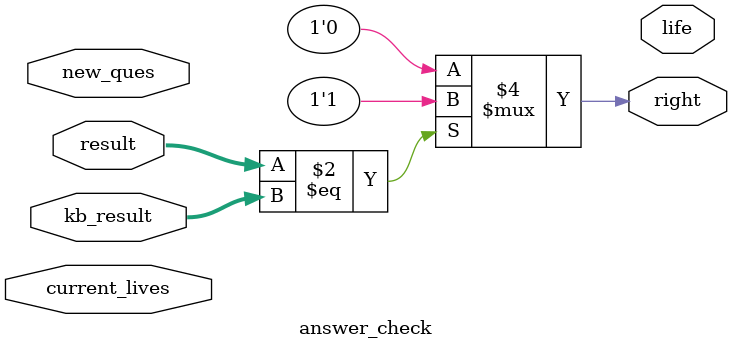
<source format=v>
`timescale 1ns / 1ps


module answer_check(
    result,
    kb_result,
    new_ques,
    right,
    current_lives,
    life
    );
    // result is pulled from the ALU
    input [6:0] result;
    input [6:0] kb_result; //output byte from keyboard is 8 bits
    input new_ques; //is flagged when timer for round runs out and new question is generated
    output reg right; // point is a binary 1 or 0 for right or wrong
    input [2:0] current_lives;
    output reg [2:0] life;
    
    
    always @(new_ques) begin //user has to press enter for their answer to be read
       if(result == kb_result) begin
            right <= 1; 
       end        
       else begin
            right <= 0;
            //life <= current_lives - 1;
        end
    end 
endmodule

</source>
